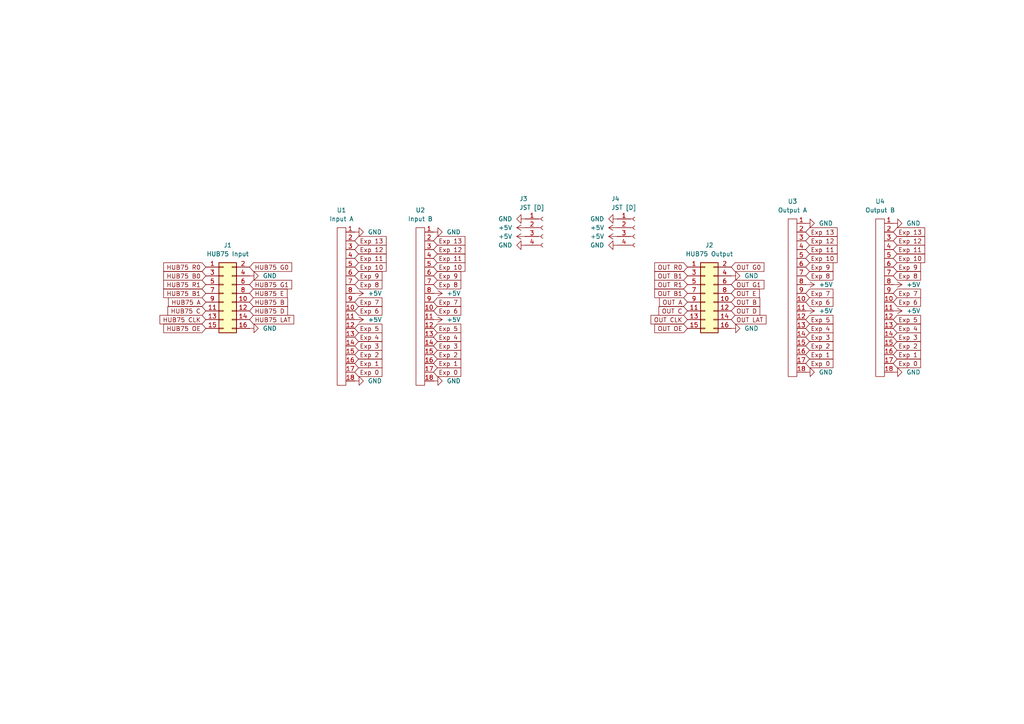
<source format=kicad_sch>
(kicad_sch (version 20231120) (generator "eeschema") (generator_version "8.0")
  (paper "A4")
  (lib_symbols
    (symbol "Connector:Conn_01x04_Socket" (pin_names (offset 1.016) hide)
      (property "Reference" "J" (at 0 5.08 0))
      (property "Value" "Conn_01x04_Socket" (at 0 -7.62 0))
      (symbol "Conn_01x04_Socket_1_1"
        (arc (start 0 -4.572) (mid -0.5058 -5.08) (end 0 -5.588) (stroke (width 0.1524)))
        (arc (start 0 -2.032) (mid -0.5058 -2.54) (end 0 -3.048) (stroke (width 0.1524)))
        (polyline (pts (xy -1.27 -5.08) (xy -0.508 -5.08)) (stroke (width 0.1524)))
        (polyline (pts (xy -1.27 -2.54) (xy -0.508 -2.54)) (stroke (width 0.1524)))
        (polyline (pts (xy -1.27 0) (xy -0.508 0)) (stroke (width 0.1524)))
        (polyline (pts (xy -1.27 2.54) (xy -0.508 2.54)) (stroke (width 0.1524)))
        (arc (start 0 0.508) (mid -0.5058 0) (end 0 -0.508) (stroke (width 0.1524)))
        (arc (start 0 3.048) (mid -0.5058 2.54) (end 0 2.032) (stroke (width 0.1524)))
        (pin passive line (at -5.08 2.54 0) (length 3.81) (name "Pin_1") (number "1"))
        (pin passive line (at -5.08 0 0) (length 3.81) (name "Pin_2") (number "2"))
        (pin passive line (at -5.08 -2.54 0) (length 3.81) (name "Pin_3") (number "3"))
        (pin passive line (at -5.08 -5.08 0) (length 3.81) (name "Pin_4") (number "4"))
      )
    )
    (symbol "Connector_Generic:Conn_02x08_Odd_Even" (pin_names (offset 1.016) hide)
      (property "Reference" "J" (at 1.27 10.16 0))
      (property "Value" "Conn_02x08_Odd_Even" (at 1.27 -12.7 0))
      (symbol "Conn_02x08_Odd_Even_1_1"
        (rectangle (start -1.27 -10.033) (end 0 -10.287) (stroke (width 0.1524)))
        (rectangle (start -1.27 -7.493) (end 0 -7.747) (stroke (width 0.1524)))
        (rectangle (start -1.27 -4.953) (end 0 -5.207) (stroke (width 0.1524)))
        (rectangle (start -1.27 -2.413) (end 0 -2.667) (stroke (width 0.1524)))
        (rectangle (start -1.27 0.127) (end 0 -0.127) (stroke (width 0.1524)))
        (rectangle (start -1.27 2.667) (end 0 2.413) (stroke (width 0.1524)))
        (rectangle (start -1.27 5.207) (end 0 4.953) (stroke (width 0.1524)))
        (rectangle (start -1.27 7.747) (end 0 7.493) (stroke (width 0.1524)))
        (rectangle (start -1.27 8.89) (end 3.81 -11.43) (stroke (width 0.254)) (fill (type background)))
        (rectangle (start 3.81 -10.033) (end 2.54 -10.287) (stroke (width 0.1524)))
        (rectangle (start 3.81 -7.493) (end 2.54 -7.747) (stroke (width 0.1524)))
        (rectangle (start 3.81 -4.953) (end 2.54 -5.207) (stroke (width 0.1524)))
        (rectangle (start 3.81 -2.413) (end 2.54 -2.667) (stroke (width 0.1524)))
        (rectangle (start 3.81 0.127) (end 2.54 -0.127) (stroke (width 0.1524)))
        (rectangle (start 3.81 2.667) (end 2.54 2.413) (stroke (width 0.1524)))
        (rectangle (start 3.81 5.207) (end 2.54 4.953) (stroke (width 0.1524)))
        (rectangle (start 3.81 7.747) (end 2.54 7.493) (stroke (width 0.1524)))
        (pin passive line (at -5.08 7.62 0) (length 3.81) (name "Pin_1") (number "1"))
        (pin passive line (at 7.62 -2.54 180) (length 3.81) (name "Pin_10") (number "10"))
        (pin passive line (at -5.08 -5.08 0) (length 3.81) (name "Pin_11") (number "11"))
        (pin passive line (at 7.62 -5.08 180) (length 3.81) (name "Pin_12") (number "12"))
        (pin passive line (at -5.08 -7.62 0) (length 3.81) (name "Pin_13") (number "13"))
        (pin passive line (at 7.62 -7.62 180) (length 3.81) (name "Pin_14") (number "14"))
        (pin passive line (at -5.08 -10.16 0) (length 3.81) (name "Pin_15") (number "15"))
        (pin passive line (at 7.62 -10.16 180) (length 3.81) (name "Pin_16") (number "16"))
        (pin passive line (at 7.62 7.62 180) (length 3.81) (name "Pin_2") (number "2"))
        (pin passive line (at -5.08 5.08 0) (length 3.81) (name "Pin_3") (number "3"))
        (pin passive line (at 7.62 5.08 180) (length 3.81) (name "Pin_4") (number "4"))
        (pin passive line (at -5.08 2.54 0) (length 3.81) (name "Pin_5") (number "5"))
        (pin passive line (at 7.62 2.54 180) (length 3.81) (name "Pin_6") (number "6"))
        (pin passive line (at -5.08 0 0) (length 3.81) (name "Pin_7") (number "7"))
        (pin passive line (at 7.62 0 180) (length 3.81) (name "Pin_8") (number "8"))
        (pin passive line (at -5.08 -2.54 0) (length 3.81) (name "Pin_9") (number "9"))
      )
    )
    (symbol "FCC_Connector:FFC_18P"
      (property "Reference" "U" (at 0 24.384 0))
      (symbol "FFC_18P_0_1"
        (rectangle (start -1.27 22.86) (end 1.27 -22.86))
      )
      (symbol "FFC_18P_1_1"
        (pin input line (at 3.81 21.59 180) (length 2.54) (name "") (number "1"))
        (pin input line (at 3.81 -1.27 180) (length 2.54) (name "") (number "10"))
        (pin input line (at 3.81 -3.81 180) (length 2.54) (name "") (number "11"))
        (pin input line (at 3.81 -6.35 180) (length 2.54) (name "") (number "12"))
        (pin input line (at 3.81 -8.89 180) (length 2.54) (name "") (number "13"))
        (pin input line (at 3.81 -11.43 180) (length 2.54) (name "") (number "14"))
        (pin input line (at 3.81 -13.97 180) (length 2.54) (name "") (number "15"))
        (pin input line (at 3.81 -16.51 180) (length 2.54) (name "") (number "16"))
        (pin input line (at 3.81 -19.05 180) (length 2.54) (name "") (number "17"))
        (pin input line (at 3.81 -21.59 180) (length 2.54) (name "") (number "18"))
        (pin input line (at 3.81 19.05 180) (length 2.54) (name "") (number "2"))
        (pin input line (at 3.81 16.51 180) (length 2.54) (name "") (number "3"))
        (pin input line (at 3.81 13.97 180) (length 2.54) (name "") (number "4"))
        (pin input line (at 3.81 11.43 180) (length 2.54) (name "") (number "5"))
        (pin input line (at 3.81 8.89 180) (length 2.54) (name "") (number "6"))
        (pin input line (at 3.81 6.35 180) (length 2.54) (name "") (number "7"))
        (pin input line (at 3.81 3.81 180) (length 2.54) (name "") (number "8"))
        (pin input line (at 3.81 1.27 180) (length 2.54) (name "") (number "9"))
      )
    )
    (symbol "power:+5V" (power) (pin_numbers hide) (pin_names (offset 0) hide)
      (property "Value" "+5V" (at 0 3.556 0))
      (symbol "+5V_0_1"
        (polyline (pts (xy -0.762 1.27) (xy 0 2.54)))
        (polyline (pts (xy 0 0) (xy 0 2.54)))
        (polyline (pts (xy 0 2.54) (xy 0.762 1.27)))
      )
      (symbol "+5V_1_1"
        (pin power_in line (at 0 0 90) (length 0) (name "~") (number "1"))
      )
    )
    (symbol "power:GND" (power) (pin_numbers hide) (pin_names (offset 0) hide)
      (property "Value" "GND" (at 0 -3.81 0))
      (symbol "GND_0_1"
        (polyline (pts (xy 0 0) (xy 0 -1.27) (xy 1.27 -1.27) (xy 0 -2.54) (xy -1.27 -1.27) (xy 0 -1.27)))
      )
      (symbol "GND_1_1"
        (pin power_in line (at 0 0 270) (length 0) (name "~") (number "1"))
      )
    )
  )
  (global_label "Exp 3" (shape input) (at 102.87 100.33 0) (property "Intersheetrefs" "${INTERSHEET_REFS}" (effects (hide yes))))
  (global_label "HUB75 CLK" (shape input) (at 59.69 92.71 180) (property "Intersheetrefs" "${INTERSHEET_REFS}" (effects (hide yes))))
  (global_label "Exp 7" (shape input) (at 125.73 87.63 0) (property "Intersheetrefs" "${INTERSHEET_REFS}" (effects (hide yes))))
  (global_label "Exp 7" (shape input) (at 259.08 85.09 0) (property "Intersheetrefs" "${INTERSHEET_REFS}" (effects (hide yes))))
  (global_label "HUB75 R0" (shape input) (at 59.69 77.47 180) (property "Intersheetrefs" "${INTERSHEET_REFS}" (effects (hide yes))))
  (global_label "Exp 3" (shape input) (at 233.68 97.79 0) (property "Intersheetrefs" "${INTERSHEET_REFS}" (effects (hide yes))))
  (global_label "OUT D" (shape input) (at 212.09 90.17 0) (property "Intersheetrefs" "${INTERSHEET_REFS}" (effects (hide yes))))
  (global_label "HUB75 E" (shape input) (at 72.39 85.09 0) (property "Intersheetrefs" "${INTERSHEET_REFS}" (effects (hide yes))))
  (global_label "OUT B1" (shape input) (at 199.39 80.01 180) (property "Intersheetrefs" "${INTERSHEET_REFS}" (effects (hide yes))))
  (global_label "Exp 10" (shape input) (at 102.87 77.47 0) (property "Intersheetrefs" "${INTERSHEET_REFS}" (effects (hide yes))))
  (global_label "HUB75 LAT" (shape input) (at 72.39 92.71 0) (property "Intersheetrefs" "${INTERSHEET_REFS}" (effects (hide yes))))
  (global_label "OUT R1" (shape input) (at 199.39 82.55 180) (property "Intersheetrefs" "${INTERSHEET_REFS}" (effects (hide yes))))
  (global_label "HUB75 G0" (shape input) (at 72.39 77.47 0) (property "Intersheetrefs" "${INTERSHEET_REFS}" (effects (hide yes))))
  (global_label "OUT E" (shape input) (at 212.09 85.09 0) (property "Intersheetrefs" "${INTERSHEET_REFS}" (effects (hide yes))))
  (global_label "HUB75 B0" (shape input) (at 59.69 80.01 180) (property "Intersheetrefs" "${INTERSHEET_REFS}" (effects (hide yes))))
  (global_label "Exp 3" (shape input) (at 259.08 97.79 0) (property "Intersheetrefs" "${INTERSHEET_REFS}" (effects (hide yes))))
  (global_label "Exp 2" (shape input) (at 125.73 102.87 0) (property "Intersheetrefs" "${INTERSHEET_REFS}" (effects (hide yes))))
  (global_label "Exp 6" (shape input) (at 125.73 90.17 0) (property "Intersheetrefs" "${INTERSHEET_REFS}" (effects (hide yes))))
  (global_label "HUB75 A" (shape input) (at 59.69 87.63 180) (property "Intersheetrefs" "${INTERSHEET_REFS}" (effects (hide yes))))
  (global_label "OUT C" (shape input) (at 199.39 90.17 180) (property "Intersheetrefs" "${INTERSHEET_REFS}" (effects (hide yes))))
  (global_label "Exp 13" (shape input) (at 233.68 67.31 0) (property "Intersheetrefs" "${INTERSHEET_REFS}" (effects (hide yes))))
  (global_label "Exp 2" (shape input) (at 259.08 100.33 0) (property "Intersheetrefs" "${INTERSHEET_REFS}" (effects (hide yes))))
  (global_label "Exp 10" (shape input) (at 125.73 77.47 0) (property "Intersheetrefs" "${INTERSHEET_REFS}" (effects (hide yes))))
  (global_label "Exp 12" (shape input) (at 233.68 69.85 0) (property "Intersheetrefs" "${INTERSHEET_REFS}" (effects (hide yes))))
  (global_label "HUB75 D" (shape input) (at 72.39 90.17 0) (property "Intersheetrefs" "${INTERSHEET_REFS}" (effects (hide yes))))
  (global_label "HUB75 C" (shape input) (at 59.69 90.17 180) (property "Intersheetrefs" "${INTERSHEET_REFS}" (effects (hide yes))))
  (global_label "Exp 5" (shape input) (at 102.87 95.25 0) (property "Intersheetrefs" "${INTERSHEET_REFS}" (effects (hide yes))))
  (global_label "Exp 5" (shape input) (at 259.08 92.71 0) (property "Intersheetrefs" "${INTERSHEET_REFS}" (effects (hide yes))))
  (global_label "Exp 1" (shape input) (at 125.73 105.41 0) (property "Intersheetrefs" "${INTERSHEET_REFS}" (effects (hide yes))))
  (global_label "Exp 5" (shape input) (at 125.73 95.25 0) (property "Intersheetrefs" "${INTERSHEET_REFS}" (effects (hide yes))))
  (global_label "Exp 8" (shape input) (at 259.08 80.01 0) (property "Intersheetrefs" "${INTERSHEET_REFS}" (effects (hide yes))))
  (global_label "OUT G0" (shape input) (at 212.09 77.47 0) (property "Intersheetrefs" "${INTERSHEET_REFS}" (effects (hide yes))))
  (global_label "Exp 4" (shape input) (at 125.73 97.79 0) (property "Intersheetrefs" "${INTERSHEET_REFS}" (effects (hide yes))))
  (global_label "Exp 0" (shape input) (at 233.68 105.41 0) (property "Intersheetrefs" "${INTERSHEET_REFS}" (effects (hide yes))))
  (global_label "Exp 9" (shape input) (at 125.73 80.01 0) (property "Intersheetrefs" "${INTERSHEET_REFS}" (effects (hide yes))))
  (global_label "Exp 11" (shape input) (at 259.08 72.39 0) (property "Intersheetrefs" "${INTERSHEET_REFS}" (effects (hide yes))))
  (global_label "Exp 7" (shape input) (at 102.87 87.63 0) (property "Intersheetrefs" "${INTERSHEET_REFS}" (effects (hide yes))))
  (global_label "Exp 2" (shape input) (at 233.68 100.33 0) (property "Intersheetrefs" "${INTERSHEET_REFS}" (effects (hide yes))))
  (global_label "Exp 4" (shape input) (at 233.68 95.25 0) (property "Intersheetrefs" "${INTERSHEET_REFS}" (effects (hide yes))))
  (global_label "Exp 11" (shape input) (at 102.87 74.93 0) (property "Intersheetrefs" "${INTERSHEET_REFS}" (effects (hide yes))))
  (global_label "Exp 12" (shape input) (at 259.08 69.85 0) (property "Intersheetrefs" "${INTERSHEET_REFS}" (effects (hide yes))))
  (global_label "OUT CLK" (shape input) (at 199.39 92.71 180) (property "Intersheetrefs" "${INTERSHEET_REFS}" (effects (hide yes))))
  (global_label "Exp 11" (shape input) (at 233.68 72.39 0) (property "Intersheetrefs" "${INTERSHEET_REFS}" (effects (hide yes))))
  (global_label "HUB75 R1" (shape input) (at 59.69 82.55 180) (property "Intersheetrefs" "${INTERSHEET_REFS}" (effects (hide yes))))
  (global_label "OUT B1" (shape input) (at 199.39 85.09 180) (property "Intersheetrefs" "${INTERSHEET_REFS}" (effects (hide yes))))
  (global_label "OUT B" (shape input) (at 212.09 87.63 0) (property "Intersheetrefs" "${INTERSHEET_REFS}" (effects (hide yes))))
  (global_label "Exp 4" (shape input) (at 259.08 95.25 0) (property "Intersheetrefs" "${INTERSHEET_REFS}" (effects (hide yes))))
  (global_label "OUT G1" (shape input) (at 212.09 82.55 0) (property "Intersheetrefs" "${INTERSHEET_REFS}" (effects (hide yes))))
  (global_label "Exp 8" (shape input) (at 125.73 82.55 0) (property "Intersheetrefs" "${INTERSHEET_REFS}" (effects (hide yes))))
  (global_label "Exp 9" (shape input) (at 259.08 77.47 0) (property "Intersheetrefs" "${INTERSHEET_REFS}" (effects (hide yes))))
  (global_label "HUB75 B1" (shape input) (at 59.69 85.09 180) (property "Intersheetrefs" "${INTERSHEET_REFS}" (effects (hide yes))))
  (global_label "OUT A" (shape input) (at 199.39 87.63 180) (property "Intersheetrefs" "${INTERSHEET_REFS}" (effects (hide yes))))
  (global_label "Exp 13" (shape input) (at 125.73 69.85 0) (property "Intersheetrefs" "${INTERSHEET_REFS}" (effects (hide yes))))
  (global_label "Exp 13" (shape input) (at 102.87 69.85 0) (property "Intersheetrefs" "${INTERSHEET_REFS}" (effects (hide yes))))
  (global_label "Exp 1" (shape input) (at 233.68 102.87 0) (property "Intersheetrefs" "${INTERSHEET_REFS}" (effects (hide yes))))
  (global_label "Exp 13" (shape input) (at 259.08 67.31 0) (property "Intersheetrefs" "${INTERSHEET_REFS}" (effects (hide yes))))
  (global_label "OUT OE" (shape input) (at 199.39 95.25 180) (property "Intersheetrefs" "${INTERSHEET_REFS}" (effects (hide yes))))
  (global_label "Exp 8" (shape input) (at 233.68 80.01 0) (property "Intersheetrefs" "${INTERSHEET_REFS}" (effects (hide yes))))
  (global_label "Exp 0" (shape input) (at 259.08 105.41 0) (property "Intersheetrefs" "${INTERSHEET_REFS}" (effects (hide yes))))
  (global_label "Exp 8" (shape input) (at 102.87 82.55 0) (property "Intersheetrefs" "${INTERSHEET_REFS}" (effects (hide yes))))
  (global_label "OUT R0" (shape input) (at 199.39 77.47 180) (property "Intersheetrefs" "${INTERSHEET_REFS}" (effects (hide yes))))
  (global_label "Exp 3" (shape input) (at 125.73 100.33 0) (property "Intersheetrefs" "${INTERSHEET_REFS}" (effects (hide yes))))
  (global_label "Exp 10" (shape input) (at 259.08 74.93 0) (property "Intersheetrefs" "${INTERSHEET_REFS}" (effects (hide yes))))
  (global_label "Exp 1" (shape input) (at 102.87 105.41 0) (property "Intersheetrefs" "${INTERSHEET_REFS}" (effects (hide yes))))
  (global_label "OUT LAT" (shape input) (at 212.09 92.71 0) (property "Intersheetrefs" "${INTERSHEET_REFS}" (effects (hide yes))))
  (global_label "Exp 6" (shape input) (at 102.87 90.17 0) (property "Intersheetrefs" "${INTERSHEET_REFS}" (effects (hide yes))))
  (global_label "Exp 0" (shape input) (at 102.87 107.95 0) (property "Intersheetrefs" "${INTERSHEET_REFS}" (effects (hide yes))))
  (global_label "Exp 12" (shape input) (at 125.73 72.39 0) (property "Intersheetrefs" "${INTERSHEET_REFS}" (effects (hide yes))))
  (global_label "Exp 6" (shape input) (at 233.68 87.63 0) (property "Intersheetrefs" "${INTERSHEET_REFS}" (effects (hide yes))))
  (global_label "Exp 10" (shape input) (at 233.68 74.93 0) (property "Intersheetrefs" "${INTERSHEET_REFS}" (effects (hide yes))))
  (global_label "HUB75 G1" (shape input) (at 72.39 82.55 0) (property "Intersheetrefs" "${INTERSHEET_REFS}" (effects (hide yes))))
  (global_label "HUB75 B" (shape input) (at 72.39 87.63 0) (property "Intersheetrefs" "${INTERSHEET_REFS}" (effects (hide yes))))
  (global_label "Exp 11" (shape input) (at 125.73 74.93 0) (property "Intersheetrefs" "${INTERSHEET_REFS}" (effects (hide yes))))
  (global_label "Exp 7" (shape input) (at 233.68 85.09 0) (property "Intersheetrefs" "${INTERSHEET_REFS}" (effects (hide yes))))
  (global_label "Exp 6" (shape input) (at 259.08 87.63 0) (property "Intersheetrefs" "${INTERSHEET_REFS}" (effects (hide yes))))
  (global_label "Exp 9" (shape input) (at 233.68 77.47 0) (property "Intersheetrefs" "${INTERSHEET_REFS}" (effects (hide yes))))
  (global_label "Exp 5" (shape input) (at 233.68 92.71 0) (property "Intersheetrefs" "${INTERSHEET_REFS}" (effects (hide yes))))
  (global_label "Exp 0" (shape input) (at 125.73 107.95 0) (property "Intersheetrefs" "${INTERSHEET_REFS}" (effects (hide yes))))
  (global_label "Exp 9" (shape input) (at 102.87 80.01 0) (property "Intersheetrefs" "${INTERSHEET_REFS}" (effects (hide yes))))
  (global_label "Exp 2" (shape input) (at 102.87 102.87 0) (property "Intersheetrefs" "${INTERSHEET_REFS}" (effects (hide yes))))
  (global_label "Exp 1" (shape input) (at 259.08 102.87 0) (property "Intersheetrefs" "${INTERSHEET_REFS}" (effects (hide yes))))
  (global_label "HUB75 OE" (shape input) (at 59.69 95.25 180) (property "Intersheetrefs" "${INTERSHEET_REFS}" (effects (hide yes))))
  (global_label "Exp 4" (shape input) (at 102.87 97.79 0) (property "Intersheetrefs" "${INTERSHEET_REFS}" (effects (hide yes))))
  (global_label "Exp 12" (shape input) (at 102.87 72.39 0) (property "Intersheetrefs" "${INTERSHEET_REFS}" (effects (hide yes))))
  (symbol (lib_id "FCC_Connector:FFC_18P") (at 229.87 86.36 0) (unit 1)
    (property "Reference" "U3" (at 229.87 58.42 0))
    (property "Value" "Output A" (at 229.87 60.96 0))
    (property "Footprint" "FFC_Connector:FFC Aliexpress 0.5mm 18P" (effects (hide yes)))
  )
  (symbol (lib_id "power:GND") (at 179.07 63.5 270) (unit 1)
    (property "Reference" "#PWR013" (effects (hide yes)))
    (property "Value" "GND" (at 175.26 63.4999 90) (effects (justify right)))
    (property "Description" "Power symbol creates a global label with name \"GND\" , ground" (effects (hide yes)))
  )
  (symbol (lib_id "power:+5V") (at 179.07 68.58 90) (unit 1)
    (property "Reference" "#PWR015" (effects (hide yes)))
    (property "Value" "+5V" (at 175.26 68.5799 90) (effects (justify left)))
    (property "Description" "Power symbol creates a global label with name \"+5V\"" (effects (hide yes)))
  )
  (symbol (lib_id "power:+5V") (at 125.73 92.71 270) (unit 1)
    (property "Reference" "#PWR019" (effects (hide yes)))
    (property "Value" "+5V" (at 129.54 92.7099 90) (effects (justify left)))
    (property "Description" "Power symbol creates a global label with name \"+5V\"" (effects (hide yes)))
  )
  (symbol (lib_id "FCC_Connector:FFC_18P") (at 99.06 88.9 0) (unit 1)
    (property "Reference" "U1" (at 99.06 60.96 0))
    (property "Value" "Input A" (at 99.06 63.5 0))
    (property "Footprint" "FFC_Connector:FFC Aliexpress 0.5mm 18P" (effects (hide yes)))
  )
  (symbol (lib_id "Connector:Conn_01x04_Socket") (at 157.48 66.04 0) (unit 1)
    (property "Reference" "J3" (at 150.622 57.658 0) (effects (justify left)))
    (property "Value" "JST [D]" (at 150.622 60.198 0) (effects (justify left)))
    (property "Footprint" "Connector_Molex:Molex_PicoBlade_53048-0410_1x04_P1.25mm_Horizontal" (effects (hide yes)))
    (property "Description" "Generic connector, single row, 01x04, script generated" (effects (hide yes)))
  )
  (symbol (lib_id "power:GND") (at 152.4 71.12 270) (unit 1)
    (property "Reference" "#PWR08" (effects (hide yes)))
    (property "Value" "GND" (at 148.59 71.1199 90) (effects (justify right)))
    (property "Description" "Power symbol creates a global label with name \"GND\" , ground" (effects (hide yes)))
  )
  (symbol (lib_id "power:+5V") (at 179.07 66.04 90) (unit 1)
    (property "Reference" "#PWR014" (effects (hide yes)))
    (property "Value" "+5V" (at 175.26 66.0399 90) (effects (justify left)))
    (property "Description" "Power symbol creates a global label with name \"+5V\"" (effects (hide yes)))
  )
  (symbol (lib_id "power:GND") (at 125.73 67.31 90) (unit 1)
    (property "Reference" "#PWR017" (effects (hide yes)))
    (property "Value" "GND" (at 129.54 67.3099 90) (effects (justify right)))
    (property "Description" "Power symbol creates a global label with name \"GND\" , ground" (effects (hide yes)))
  )
  (symbol (lib_id "FCC_Connector:FFC_18P") (at 121.92 88.9 0) (unit 1)
    (property "Reference" "U2" (at 121.92 60.96 0))
    (property "Value" "Input B" (at 121.92 63.5 0))
    (property "Footprint" "FFC_Connector:FFC Aliexpress 0.5mm 18P" (effects (hide yes)))
  )
  (symbol (lib_id "FCC_Connector:FFC_18P") (at 255.27 86.36 0) (unit 1)
    (property "Reference" "U4" (at 255.27 58.42 0))
    (property "Value" "Output B" (at 255.27 60.96 0))
    (property "Footprint" "FFC_Connector:FFC Aliexpress 0.5mm 18P" (effects (hide yes)))
  )
  (symbol (lib_id "power:GND") (at 212.09 80.01 90) (unit 1)
    (property "Reference" "#PWR011" (effects (hide yes)))
    (property "Value" "GND" (at 215.9 80.0099 90) (effects (justify right)))
    (property "Description" "Power symbol creates a global label with name \"GND\" , ground" (effects (hide yes)))
  )
  (symbol (lib_id "power:GND") (at 125.73 110.49 90) (unit 1)
    (property "Reference" "#PWR020" (effects (hide yes)))
    (property "Value" "GND" (at 129.54 110.4899 90) (effects (justify right)))
    (property "Description" "Power symbol creates a global label with name \"GND\" , ground" (effects (hide yes)))
  )
  (symbol (lib_id "power:+5V") (at 125.73 85.09 270) (unit 1)
    (property "Reference" "#PWR018" (effects (hide yes)))
    (property "Value" "+5V" (at 129.54 85.0899 90) (effects (justify left)))
    (property "Description" "Power symbol creates a global label with name \"+5V\"" (effects (hide yes)))
  )
  (symbol (lib_id "power:+5V") (at 233.68 82.55 270) (unit 1)
    (property "Reference" "#PWR022" (effects (hide yes)))
    (property "Value" "+5V" (at 237.49 82.5499 90) (effects (justify left)))
    (property "Description" "Power symbol creates a global label with name \"+5V\"" (effects (hide yes)))
  )
  (symbol (lib_id "Connector_Generic:Conn_02x08_Odd_Even") (at 204.47 85.09 0) (unit 1)
    (property "Reference" "J2" (at 205.74 71.12 0))
    (property "Value" "HUB75 Output" (at 205.74 73.66 0))
    (property "Description" "Generic connector, double row, 02x08, odd/even pin numbering scheme (row 1 odd numbers, row 2 even numbers), script generated (kicad-library-utils/schlib/autogen/connector/)" (effects (hide yes)))
  )
  (symbol (lib_id "Connector_Generic:Conn_02x08_Odd_Even") (at 64.77 85.09 0) (unit 1)
    (property "Reference" "J1" (at 66.04 71.12 0))
    (property "Value" "HUB75 Input" (at 66.04 73.66 0))
    (property "Description" "Generic connector, double row, 02x08, odd/even pin numbering scheme (row 1 odd numbers, row 2 even numbers), script generated (kicad-library-utils/schlib/autogen/connector/)" (effects (hide yes)))
  )
  (symbol (lib_id "power:+5V") (at 233.68 90.17 270) (unit 1)
    (property "Reference" "#PWR023" (effects (hide yes)))
    (property "Value" "+5V" (at 237.49 90.1699 90) (effects (justify left)))
    (property "Description" "Power symbol creates a global label with name \"+5V\"" (effects (hide yes)))
  )
  (symbol (lib_id "power:+5V") (at 152.4 68.58 90) (unit 1)
    (property "Reference" "#PWR07" (effects (hide yes)))
    (property "Value" "+5V" (at 148.59 68.5799 90) (effects (justify left)))
    (property "Description" "Power symbol creates a global label with name \"+5V\"" (effects (hide yes)))
  )
  (symbol (lib_id "power:GND") (at 259.08 64.77 90) (unit 1)
    (property "Reference" "#PWR025" (effects (hide yes)))
    (property "Value" "GND" (at 262.89 64.7699 90) (effects (justify right)))
    (property "Description" "Power symbol creates a global label with name \"GND\" , ground" (effects (hide yes)))
  )
  (symbol (lib_id "power:+5V") (at 102.87 85.09 270) (unit 1)
    (property "Reference" "#PWR02" (effects (hide yes)))
    (property "Value" "+5V" (at 106.68 85.0899 90) (effects (justify left)))
    (property "Description" "Power symbol creates a global label with name \"+5V\"" (effects (hide yes)))
  )
  (symbol (lib_id "power:GND") (at 152.4 63.5 270) (unit 1)
    (property "Reference" "#PWR05" (effects (hide yes)))
    (property "Value" "GND" (at 148.59 63.4999 90) (effects (justify right)))
    (property "Description" "Power symbol creates a global label with name \"GND\" , ground" (effects (hide yes)))
  )
  (symbol (lib_id "power:+5V") (at 152.4 66.04 90) (unit 1)
    (property "Reference" "#PWR06" (effects (hide yes)))
    (property "Value" "+5V" (at 148.59 66.0399 90) (effects (justify left)))
    (property "Description" "Power symbol creates a global label with name \"+5V\"" (effects (hide yes)))
  )
  (symbol (lib_id "Connector:Conn_01x04_Socket") (at 184.15 66.04 0) (unit 1)
    (property "Reference" "J4" (at 177.292 57.658 0) (effects (justify left)))
    (property "Value" "JST [D]" (at 177.292 60.198 0) (effects (justify left)))
    (property "Footprint" "Connector_Molex:Molex_PicoBlade_53048-0410_1x04_P1.25mm_Horizontal" (effects (hide yes)))
    (property "Description" "Generic connector, single row, 01x04, script generated" (effects (hide yes)))
  )
  (symbol (lib_id "power:GND") (at 102.87 67.31 90) (unit 1)
    (property "Reference" "#PWR01" (effects (hide yes)))
    (property "Value" "GND" (at 106.68 67.3099 90) (effects (justify right)))
    (property "Description" "Power symbol creates a global label with name \"GND\" , ground" (effects (hide yes)))
  )
  (symbol (lib_id "power:+5V") (at 259.08 82.55 270) (unit 1)
    (property "Reference" "#PWR026" (effects (hide yes)))
    (property "Value" "+5V" (at 262.89 82.5499 90) (effects (justify left)))
    (property "Description" "Power symbol creates a global label with name \"+5V\"" (effects (hide yes)))
  )
  (symbol (lib_id "power:GND") (at 102.87 110.49 90) (unit 1)
    (property "Reference" "#PWR04" (effects (hide yes)))
    (property "Value" "GND" (at 106.68 110.4899 90) (effects (justify right)))
    (property "Description" "Power symbol creates a global label with name \"GND\" , ground" (effects (hide yes)))
  )
  (symbol (lib_id "power:+5V") (at 259.08 90.17 270) (unit 1)
    (property "Reference" "#PWR027" (effects (hide yes)))
    (property "Value" "+5V" (at 262.89 90.1699 90) (effects (justify left)))
    (property "Description" "Power symbol creates a global label with name \"+5V\"" (effects (hide yes)))
  )
  (symbol (lib_id "power:GND") (at 233.68 64.77 90) (unit 1)
    (property "Reference" "#PWR021" (effects (hide yes)))
    (property "Value" "GND" (at 237.49 64.7699 90) (effects (justify right)))
    (property "Description" "Power symbol creates a global label with name \"GND\" , ground" (effects (hide yes)))
  )
  (symbol (lib_id "power:GND") (at 72.39 95.25 90) (unit 1)
    (property "Reference" "#PWR010" (effects (hide yes)))
    (property "Value" "GND" (at 76.2 95.2499 90) (effects (justify right)))
    (property "Description" "Power symbol creates a global label with name \"GND\" , ground" (effects (hide yes)))
  )
  (symbol (lib_id "power:GND") (at 179.07 71.12 270) (unit 1)
    (property "Reference" "#PWR016" (effects (hide yes)))
    (property "Value" "GND" (at 175.26 71.1199 90) (effects (justify right)))
    (property "Description" "Power symbol creates a global label with name \"GND\" , ground" (effects (hide yes)))
  )
  (symbol (lib_id "power:GND") (at 259.08 107.95 90) (unit 1)
    (property "Reference" "#PWR028" (effects (hide yes)))
    (property "Value" "GND" (at 262.89 107.9499 90) (effects (justify right)))
    (property "Description" "Power symbol creates a global label with name \"GND\" , ground" (effects (hide yes)))
  )
  (symbol (lib_id "power:GND") (at 212.09 95.25 90) (unit 1)
    (property "Reference" "#PWR012" (effects (hide yes)))
    (property "Value" "GND" (at 215.9 95.2499 90) (effects (justify right)))
    (property "Description" "Power symbol creates a global label with name \"GND\" , ground" (effects (hide yes)))
  )
  (symbol (lib_id "power:+5V") (at 102.87 92.71 270) (unit 1)
    (property "Reference" "#PWR03" (effects (hide yes)))
    (property "Value" "+5V" (at 106.68 92.7099 90) (effects (justify left)))
    (property "Description" "Power symbol creates a global label with name \"+5V\"" (effects (hide yes)))
  )
  (symbol (lib_id "power:GND") (at 233.68 107.95 90) (unit 1)
    (property "Reference" "#PWR024" (effects (hide yes)))
    (property "Value" "GND" (at 237.49 107.9499 90) (effects (justify right)))
    (property "Description" "Power symbol creates a global label with name \"GND\" , ground" (effects (hide yes)))
  )
  (symbol (lib_id "power:GND") (at 72.39 80.01 90) (unit 1)
    (property "Reference" "#PWR09" (effects (hide yes)))
    (property "Value" "GND" (at 76.2 80.0099 90) (effects (justify right)))
    (property "Description" "Power symbol creates a global label with name \"GND\" , ground" (effects (hide yes)))
  )
)
</source>
